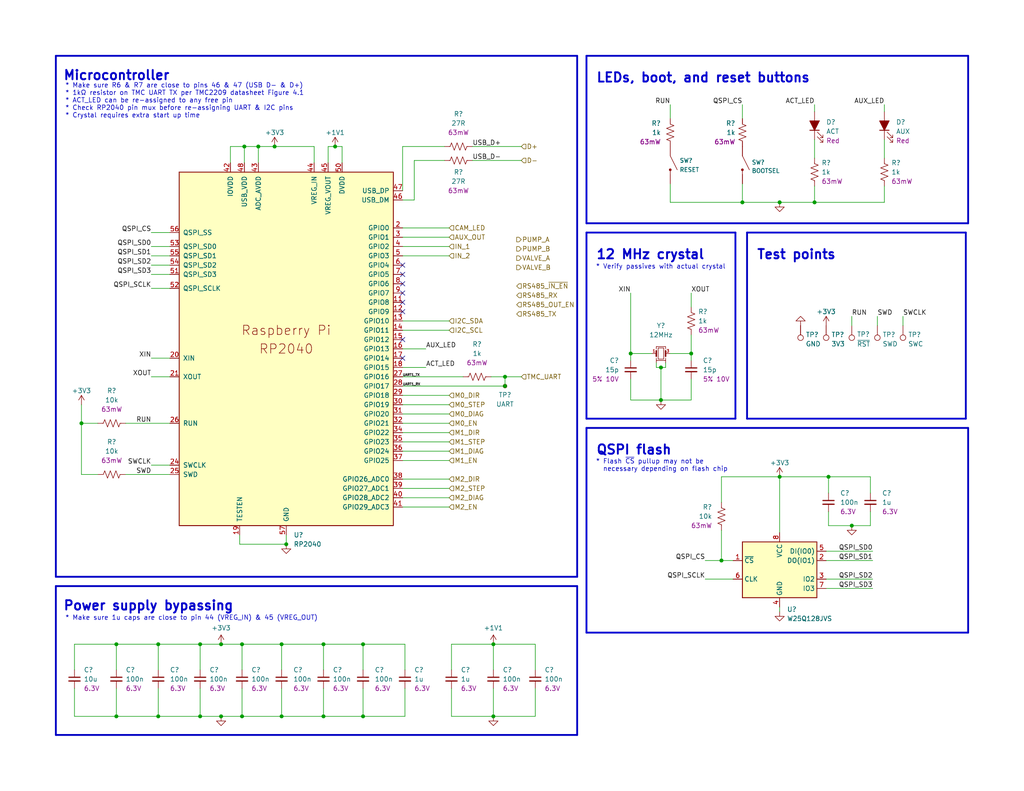
<source format=kicad_sch>
(kicad_sch (version 20211123) (generator eeschema)
  (paper "USLetter")
  (title_block (title "Starfish") (date "2022-09-10") (rev "v0") (company "Winterbloom") (comment 1 "Alethea Flowers") (comment 2 "CERN-OHL-P V2") (comment 3 "jellyfish.wntr.dev"))
  (lib_symbols
    (symbol "Connector:TestPoint" (pin_numbers hide) (pin_names (offset 0.762) hide)
      (property "Reference" "TP" (at 0 6.858 0))
      (property "Value" "TestPoint" (at 0 5.08 0))
      (symbol "TestPoint_0_1"
        (circle (center 0 3.302) (radius 0.762))
      )
      (symbol "TestPoint_1_1"
        (pin passive line (at 0 0 90) (length 2.54) (name "1") (number "1"))
      )
    )
    (symbol "Connector:TestPoint_Small" (pin_numbers hide) (pin_names (offset 0.762) hide)
      (property "Reference" "TP" (at 0 3.81 0))
      (property "Value" "TestPoint_Small" (at 0 2.032 0))
      (symbol "TestPoint_Small_0_1"
        (circle (center 0 0) (radius 0.508))
      )
      (symbol "TestPoint_Small_1_1"
        (pin passive line (at 0 0 90) (length 0) (name "1") (number "1"))
      )
    )
    (symbol "Device:C_Small" (pin_numbers hide) (pin_names (offset 0.254) hide)
      (property "Reference" "C" (at 0.254 1.778 0))
      (property "Value" "C_Small" (at 0.254 -2.032 0))
      (symbol "C_Small_0_1"
        (polyline (pts (xy -1.524 -0.508) (xy 1.524 -0.508)) (stroke (width 0.3302)))
        (polyline (pts (xy -1.524 0.508) (xy 1.524 0.508)) (stroke (width 0.3048)))
      )
      (symbol "C_Small_1_1"
        (pin passive line (at 0 2.54 270) (length 2.032) (name "~") (number "1"))
        (pin passive line (at 0 -2.54 90) (length 2.032) (name "~") (number "2"))
      )
    )
    (symbol "Device:LED_Filled" (pin_numbers hide) (pin_names (offset 1.016) hide)
      (property "Reference" "D" (at 0 2.54 0))
      (property "Value" "LED_Filled" (at 0 -2.54 0))
      (symbol "LED_Filled_0_1"
        (polyline (pts (xy -1.27 -1.27) (xy -1.27 1.27)) (stroke (width 0.254)))
        (polyline (pts (xy -1.27 0) (xy 1.27 0)))
        (polyline (pts (xy 1.27 -1.27) (xy 1.27 1.27) (xy -1.27 0) (xy 1.27 -1.27)) (stroke (width 0.254)) (fill (type outline)))
        (polyline (pts (xy -3.048 -0.762) (xy -4.572 -2.286) (xy -3.81 -2.286) (xy -4.572 -2.286) (xy -4.572 -1.524)))
        (polyline (pts (xy -1.778 -0.762) (xy -3.302 -2.286) (xy -2.54 -2.286) (xy -3.302 -2.286) (xy -3.302 -1.524)))
      )
      (symbol "LED_Filled_1_1"
        (pin passive line (at -3.81 0 0) (length 2.54) (name "K") (number "1"))
        (pin passive line (at 3.81 0 180) (length 2.54) (name "A") (number "2"))
      )
    )
    (symbol "Device:R_US" (pin_numbers hide) (pin_names (offset 0))
      (property "Reference" "R" (at 2.54 0 90))
      (property "Value" "R_US" (at -2.54 0 90))
      (symbol "R_US_0_1"
        (polyline (pts (xy 0 -2.286) (xy 0 -2.54)))
        (polyline (pts (xy 0 2.286) (xy 0 2.54)))
        (polyline (pts (xy 0 -0.762) (xy 1.016 -1.143) (xy 0 -1.524) (xy -1.016 -1.905) (xy 0 -2.286)))
        (polyline (pts (xy 0 0.762) (xy 1.016 0.381) (xy 0 0) (xy -1.016 -0.381) (xy 0 -0.762)))
        (polyline (pts (xy 0 2.286) (xy 1.016 1.905) (xy 0 1.524) (xy -1.016 1.143) (xy 0 0.762)))
      )
      (symbol "R_US_1_1"
        (pin passive line (at 0 3.81 270) (length 1.27) (name "~") (number "1"))
        (pin passive line (at 0 -3.81 90) (length 1.27) (name "~") (number "2"))
      )
    )
    (symbol "MCU_RaspberryPi_RP2040:RP2040" (pin_names (offset 1.016))
      (property "Reference" "U?" (at -27.94 49.53 0))
      (property "Value" "RP2040" (at 24.13 -50.8 0))
      (symbol "RP2040_0_0"
        (text "Raspberry Pi" (at 0 5.08 0) (effects (font (size 2.54 2.54))))
        (text "RP2040" (at 0 0 0) (effects (font (size 2.54 2.54))))
      )
      (symbol "RP2040_0_1"
        (rectangle (start 29.21 48.26) (end -29.21 -48.26) (stroke (width 0.254)) (fill (type background)))
      )
      (symbol "RP2040_1_1"
        (pin power_in line (at -15.24 50.8 270) (length 2.54) hide (name "IOVDD") (number "1"))
        (pin power_in line (at -15.24 50.8 270) (length 2.54) hide (name "IOVDD") (number "10"))
        (pin bidirectional line (at 31.75 12.7 180) (length 2.54) (name "GPIO8") (number "11"))
        (pin bidirectional line (at 31.75 10.16 180) (length 2.54) (name "GPIO9") (number "12"))
        (pin bidirectional line (at 31.75 7.62 180) (length 2.54) (name "GPIO10") (number "13"))
        (pin bidirectional line (at 31.75 5.08 180) (length 2.54) (name "GPIO11") (number "14"))
        (pin bidirectional line (at 31.75 2.54 180) (length 2.54) (name "GPIO12") (number "15"))
        (pin bidirectional line (at 31.75 0 180) (length 2.54) (name "GPIO13") (number "16"))
        (pin bidirectional line (at 31.75 -2.54 180) (length 2.54) (name "GPIO14") (number "17"))
        (pin bidirectional line (at 31.75 -5.08 180) (length 2.54) (name "GPIO15") (number "18"))
        (pin passive line (at -12.7 -50.8 90) (length 2.54) (name "TESTEN") (number "19"))
        (pin bidirectional line (at 31.75 33.02 180) (length 2.54) (name "GPIO0") (number "2"))
        (pin input line (at -31.75 -2.54 0) (length 2.54) (name "XIN") (number "20"))
        (pin passive line (at -31.75 -7.62 0) (length 2.54) (name "XOUT") (number "21"))
        (pin power_in line (at -15.24 50.8 270) (length 2.54) hide (name "IOVDD") (number "22"))
        (pin power_in line (at 15.24 50.8 270) (length 2.54) hide (name "DVDD") (number "23"))
        (pin output line (at -31.75 -31.75 0) (length 2.54) (name "SWCLK") (number "24"))
        (pin bidirectional line (at -31.75 -34.29 0) (length 2.54) (name "SWD") (number "25"))
        (pin input line (at -31.75 -20.32 0) (length 2.54) (name "RUN") (number "26"))
        (pin bidirectional line (at 31.75 -7.62 180) (length 2.54) (name "GPIO16") (number "27"))
        (pin bidirectional line (at 31.75 -10.16 180) (length 2.54) (name "GPIO17") (number "28"))
        (pin bidirectional line (at 31.75 -12.7 180) (length 2.54) (name "GPIO18") (number "29"))
        (pin bidirectional line (at 31.75 30.48 180) (length 2.54) (name "GPIO1") (number "3"))
        (pin bidirectional line (at 31.75 -15.24 180) (length 2.54) (name "GPIO19") (number "30"))
        (pin bidirectional line (at 31.75 -17.78 180) (length 2.54) (name "GPIO20") (number "31"))
        (pin bidirectional line (at 31.75 -20.32 180) (length 2.54) (name "GPIO21") (number "32"))
        (pin power_in line (at -15.24 50.8 270) (length 2.54) hide (name "IOVDD") (number "33"))
        (pin bidirectional line (at 31.75 -22.86 180) (length 2.54) (name "GPIO22") (number "34"))
        (pin bidirectional line (at 31.75 -25.4 180) (length 2.54) (name "GPIO23") (number "35"))
        (pin bidirectional line (at 31.75 -27.94 180) (length 2.54) (name "GPIO24") (number "36"))
        (pin bidirectional line (at 31.75 -30.48 180) (length 2.54) (name "GPIO25") (number "37"))
        (pin bidirectional line (at 31.75 -35.56 180) (length 2.54) (name "GPIO26_ADC0") (number "38"))
        (pin bidirectional line (at 31.75 -38.1 180) (length 2.54) (name "GPIO27_ADC1") (number "39"))
        (pin bidirectional line (at 31.75 27.94 180) (length 2.54) (name "GPIO2") (number "4"))
        (pin bidirectional line (at 31.75 -40.64 180) (length 2.54) (name "GPIO28_ADC2") (number "40"))
        (pin bidirectional line (at 31.75 -43.18 180) (length 2.54) (name "GPIO29_ADC3") (number "41"))
        (pin power_in line (at -15.24 50.8 270) (length 2.54) (name "IOVDD") (number "42"))
        (pin power_in line (at -7.62 50.8 270) (length 2.54) (name "ADC_AVDD") (number "43"))
        (pin power_in line (at 7.62 50.8 270) (length 2.54) (name "VREG_IN") (number "44"))
        (pin power_out line (at 11.43 50.8 270) (length 2.54) (name "VREG_VOUT") (number "45"))
        (pin bidirectional line (at 31.75 40.64 180) (length 2.54) (name "USB_DM") (number "46"))
        (pin bidirectional line (at 31.75 43.18 180) (length 2.54) (name "USB_DP") (number "47"))
        (pin power_in line (at -11.43 50.8 270) (length 2.54) (name "USB_VDD") (number "48"))
        (pin power_in line (at -15.24 50.8 270) (length 2.54) hide (name "IOVDD") (number "49"))
        (pin bidirectional line (at 31.75 25.4 180) (length 2.54) (name "GPIO3") (number "5"))
        (pin power_in line (at 15.24 50.8 270) (length 2.54) (name "DVDD") (number "50"))
        (pin bidirectional line (at -31.75 20.32 0) (length 2.54) (name "QSPI_SD3") (number "51"))
        (pin output line (at -31.75 16.51 0) (length 2.54) (name "QSPI_SCLK") (number "52"))
        (pin bidirectional line (at -31.75 27.94 0) (length 2.54) (name "QSPI_SD0") (number "53"))
        (pin bidirectional line (at -31.75 22.86 0) (length 2.54) (name "QSPI_SD2") (number "54"))
        (pin bidirectional line (at -31.75 25.4 0) (length 2.54) (name "QSPI_SD1") (number "55"))
        (pin bidirectional line (at -31.75 31.75 0) (length 2.54) (name "QSPI_SS") (number "56"))
        (pin power_in line (at 0 -50.8 90) (length 2.54) (name "GND") (number "57"))
        (pin bidirectional line (at 31.75 22.86 180) (length 2.54) (name "GPIO4") (number "6"))
        (pin bidirectional line (at 31.75 20.32 180) (length 2.54) (name "GPIO5") (number "7"))
        (pin bidirectional line (at 31.75 17.78 180) (length 2.54) (name "GPIO6") (number "8"))
        (pin bidirectional line (at 31.75 15.24 180) (length 2.54) (name "GPIO7") (number "9"))
      )
    )
    (symbol "Memory_Flash:W25Q128JVS"
      (property "Reference" "U" (at -8.89 8.89 0))
      (property "Value" "W25Q128JVS" (at 7.62 8.89 0))
      (symbol "W25Q128JVS_0_1"
        (rectangle (start -10.16 7.62) (end 10.16 -7.62) (stroke (width 0.254)) (fill (type background)))
      )
      (symbol "W25Q128JVS_1_1"
        (pin input line (at -12.7 2.54 0) (length 2.54) (name "~{CS}") (number "1"))
        (pin bidirectional line (at 12.7 2.54 180) (length 2.54) (name "DO(IO1)") (number "2"))
        (pin bidirectional line (at 12.7 -2.54 180) (length 2.54) (name "IO2") (number "3"))
        (pin power_in line (at 0 -10.16 90) (length 2.54) (name "GND") (number "4"))
        (pin bidirectional line (at 12.7 5.08 180) (length 2.54) (name "DI(IO0)") (number "5"))
        (pin input line (at -12.7 -2.54 0) (length 2.54) (name "CLK") (number "6"))
        (pin bidirectional line (at 12.7 -5.08 180) (length 2.54) (name "IO3") (number "7"))
        (pin power_in line (at 0 10.16 270) (length 2.54) (name "VCC") (number "8"))
      )
    )
    (symbol "power:+1V1" (power) (pin_names (offset 0))
      (property "Value" "+1V1" (at 0 3.556 0))
      (symbol "+1V1_0_1"
        (polyline (pts (xy -0.762 1.27) (xy 0 2.54)))
        (polyline (pts (xy 0 0) (xy 0 2.54)))
        (polyline (pts (xy 0 2.54) (xy 0.762 1.27)))
      )
      (symbol "+1V1_1_1"
        (pin power_in line (at 0 0 90) (length 0) hide (name "+1V1") (number "1"))
      )
    )
    (symbol "power:+3V3" (power) (pin_names (offset 0))
      (property "Value" "+3V3" (at 0 3.556 0))
      (symbol "+3V3_0_1"
        (polyline (pts (xy -0.762 1.27) (xy 0 2.54)))
        (polyline (pts (xy 0 0) (xy 0 2.54)))
        (polyline (pts (xy 0 2.54) (xy 0.762 1.27)))
      )
      (symbol "+3V3_1_1"
        (pin power_in line (at 0 0 90) (length 0) hide (name "+3V3") (number "1"))
      )
    )
    (symbol "power:GND" (power) (pin_names (offset 0))
      (property "Value" "GND" (at 0 -3.81 0))
      (symbol "GND_0_1"
        (polyline (pts (xy 0 0) (xy 0 -1.27) (xy 1.27 -1.27) (xy 0 -2.54) (xy -1.27 -1.27) (xy 0 -1.27)))
      )
      (symbol "GND_1_1"
        (pin power_in line (at 0 0 270) (length 0) hide (name "GND") (number "1"))
      )
    )
    (symbol "winterbloom:Crystal_12MHz_4Pin" (pin_names (offset 1.016) hide)
      (property "Reference" "Y1" (at 0 5.08 0))
      (property "Value" "Crystal_12MHz_4Pin" (at 0 3.175 0))
      (symbol "Crystal_12MHz_4Pin_0_1"
        (rectangle (start -0.762 -1.524) (end 0.762 1.524))
        (polyline (pts (xy -1.27 -0.762) (xy -1.27 0.762)) (stroke (width 0.381)))
        (polyline (pts (xy 1.27 -0.762) (xy 1.27 0.762)) (stroke (width 0.381)))
        (polyline (pts (xy -1.27 -1.27) (xy -1.27 -1.905) (xy 1.27 -1.905) (xy 1.27 -1.27)))
        (polyline (pts (xy -1.27 1.27) (xy -1.27 1.905) (xy 1.27 1.905) (xy 1.27 1.27)))
      )
      (symbol "Crystal_12MHz_4Pin_1_1"
        (pin passive line (at -2.54 0 0) (length 1.27) (name "1") (number "1"))
        (pin passive line (at -1.27 -2.54 90) (length 0.635) (name "2") (number "2"))
        (pin passive line (at 2.54 0 180) (length 1.27) (name "3") (number "3"))
        (pin passive line (at 1.27 -2.54 90) (length 0.635) (name "4") (number "4"))
      )
    )
    (symbol "winterbloom:Tactile_Switch" (pin_numbers hide) (pin_names (offset 1.016) hide)
      (property "Reference" "SW" (at -1.27 -3.302 0))
      (property "Value" "Tactile_Switch" (at -6.223 -1.524 0))
      (symbol "Tactile_Switch_1_0"
        (polyline (pts (xy -2.54 0) (xy 1.27 1.905)))
        (polyline (pts (xy 2.54 0) (xy 1.27 0)))
        (circle (center 1.27 0) (radius 0.2794) (fill (type outline)))
      )
      (symbol "Tactile_Switch_1_1"
        (pin bidirectional line (at -5.08 0 0) (length 2.54) (name "1") (number "1"))
        (pin bidirectional line (at 5.08 0 180) (length 2.54) (name "2") (number "2"))
      )
    )
  )
  (junction (at 172.085 96.52))
  (junction (at 76.835 195.58))
  (junction (at 74.93 40.005))
  (junction (at 78.105 148.59))
  (junction (at 137.795 105.41))
  (junction (at 54.61 195.58))
  (junction (at 66.04 175.895))
  (junction (at 43.18 175.895))
  (junction (at 31.75 195.58))
  (junction (at 202.565 55.245))
  (junction (at 66.04 195.58))
  (junction (at 137.795 102.87))
  (junction (at 99.06 195.58))
  (junction (at 134.62 175.895))
  (junction (at 232.41 143.51))
  (junction (at 222.25 55.245))
  (junction (at 31.75 175.895))
  (junction (at 180.34 109.22))
  (junction (at 226.06 130.175))
  (junction (at 60.325 175.895))
  (junction (at 188.595 96.52))
  (junction (at 99.06 175.895))
  (junction (at 212.725 55.245))
  (junction (at 54.61 175.895))
  (junction (at 43.18 195.58))
  (junction (at 22.225 115.57))
  (junction (at 70.485 40.005))
  (junction (at 88.265 175.895))
  (junction (at 88.265 195.58))
  (junction (at 91.44 40.005))
  (junction (at 60.325 195.58))
  (junction (at 76.835 175.895))
  (junction (at 66.675 40.005))
  (junction (at 134.62 195.58))
  (junction (at 196.85 153.035))
  (junction (at 180.34 100.33))
  (junction (at 212.725 130.175))
  (no_connect (at 109.855 72.39))
  (no_connect (at 109.855 74.93))
  (no_connect (at 109.855 80.01))
  (no_connect (at 109.855 77.47))
  (no_connect (at 109.855 92.71))
  (no_connect (at 109.855 82.55))
  (no_connect (at 109.855 85.09))
  (no_connect (at 109.855 97.79))
  (wire (pts (xy 43.18 195.58) (xy 31.75 195.58)))
  (polyline (pts (xy 160.02 63.5) (xy 200.66 63.5)) (stroke (width 0.5) (type solid)))
  (wire (pts (xy 70.485 40.005) (xy 70.485 44.45)))
  (wire (pts (xy 109.855 105.41) (xy 137.795 105.41)))
  (wire (pts (xy 109.855 64.77) (xy 122.555 64.77)))
  (wire (pts (xy 180.34 100.33) (xy 180.34 109.22)))
  (wire (pts (xy 113.03 54.61) (xy 109.855 54.61)))
  (polyline (pts (xy 160.02 116.84) (xy 160.02 172.72)) (stroke (width 0.5) (type solid)))
  (wire (pts (xy 241.3 55.245) (xy 222.25 55.245)))
  (polyline (pts (xy 160.02 15.24) (xy 160.02 60.96)) (stroke (width 0.5) (type solid)))
  (wire (pts (xy 222.25 43.18) (xy 222.25 38.1)))
  (wire (pts (xy 26.67 129.54) (xy 22.225 129.54)))
  (wire (pts (xy 172.085 109.22) (xy 180.34 109.22)))
  (wire (pts (xy 109.855 107.95) (xy 122.555 107.95)))
  (wire (pts (xy 91.44 40.005) (xy 93.345 40.005)))
  (wire (pts (xy 109.855 67.31) (xy 122.555 67.31)))
  (wire (pts (xy 192.405 153.035) (xy 196.85 153.035)))
  (wire (pts (xy 66.675 40.005) (xy 62.865 40.005)))
  (wire (pts (xy 241.3 28.575) (xy 241.3 30.48)))
  (wire (pts (xy 60.325 195.58) (xy 54.61 195.58)))
  (wire (pts (xy 66.04 175.895) (xy 76.835 175.895)))
  (wire (pts (xy 212.725 165.735) (xy 212.725 167.005)))
  (wire (pts (xy 31.75 175.895) (xy 43.18 175.895)))
  (wire (pts (xy 180.34 100.33) (xy 181.61 100.33)))
  (wire (pts (xy 43.18 175.895) (xy 43.18 182.88)))
  (wire (pts (xy 188.595 80.01) (xy 188.595 83.82)))
  (wire (pts (xy 41.275 74.93) (xy 46.355 74.93)))
  (wire (pts (xy 66.04 187.96) (xy 66.04 195.58)))
  (wire (pts (xy 182.88 55.245) (xy 202.565 55.245)))
  (wire (pts (xy 62.865 44.45) (xy 62.865 40.005)))
  (wire (pts (xy 74.93 40.005) (xy 85.725 40.005)))
  (wire (pts (xy 123.19 175.895) (xy 134.62 175.895)))
  (wire (pts (xy 109.855 125.73) (xy 122.555 125.73)))
  (wire (pts (xy 109.855 102.87) (xy 126.365 102.87)))
  (wire (pts (xy 60.325 175.895) (xy 66.04 175.895)))
  (wire (pts (xy 109.855 135.89) (xy 122.555 135.89)))
  (wire (pts (xy 212.725 130.175) (xy 226.06 130.175)))
  (wire (pts (xy 109.855 138.43) (xy 122.555 138.43)))
  (wire (pts (xy 146.05 175.895) (xy 146.05 182.88)))
  (polyline (pts (xy 263.525 63.5) (xy 263.525 114.3)) (stroke (width 0.5) (type solid)))
  (wire (pts (xy 70.485 40.005) (xy 74.93 40.005)))
  (polyline (pts (xy 264.16 60.96) (xy 160.02 60.96)) (stroke (width 0.5) (type solid)))
  (wire (pts (xy 110.49 187.96) (xy 110.49 195.58)))
  (wire (pts (xy 172.085 80.01) (xy 172.085 96.52)))
  (wire (pts (xy 123.19 175.895) (xy 123.19 182.88)))
  (wire (pts (xy 128.905 43.815) (xy 142.24 43.815)))
  (wire (pts (xy 109.855 133.35) (xy 122.555 133.35)))
  (polyline (pts (xy 15.24 15.24) (xy 157.48 15.24)) (stroke (width 0.5) (type solid)))
  (wire (pts (xy 232.41 143.51) (xy 237.49 143.51)))
  (wire (pts (xy 225.425 150.495) (xy 238.125 150.495)))
  (wire (pts (xy 99.06 175.895) (xy 110.49 175.895)))
  (wire (pts (xy 121.285 43.815) (xy 113.03 43.815)))
  (wire (pts (xy 109.855 69.85) (xy 122.555 69.85)))
  (wire (pts (xy 182.88 96.52) (xy 188.595 96.52)))
  (polyline (pts (xy 263.525 114.3) (xy 203.835 114.3)) (stroke (width 0.5) (type solid)))
  (wire (pts (xy 134.62 187.96) (xy 134.62 195.58)))
  (wire (pts (xy 54.61 195.58) (xy 43.18 195.58)))
  (wire (pts (xy 225.425 158.115) (xy 238.125 158.115)))
  (wire (pts (xy 65.405 146.05) (xy 65.405 148.59)))
  (wire (pts (xy 54.61 175.895) (xy 60.325 175.895)))
  (wire (pts (xy 20.32 175.895) (xy 31.75 175.895)))
  (wire (pts (xy 66.04 175.895) (xy 66.04 182.88)))
  (wire (pts (xy 76.835 195.58) (xy 66.04 195.58)))
  (wire (pts (xy 137.795 102.87) (xy 142.24 102.87)))
  (wire (pts (xy 109.855 123.19) (xy 122.555 123.19)))
  (wire (pts (xy 137.795 102.87) (xy 137.795 105.41)))
  (wire (pts (xy 22.225 115.57) (xy 26.67 115.57)))
  (wire (pts (xy 246.38 86.36) (xy 246.38 88.9)))
  (wire (pts (xy 31.75 187.96) (xy 31.75 195.58)))
  (wire (pts (xy 146.05 195.58) (xy 134.62 195.58)))
  (polyline (pts (xy 264.16 15.24) (xy 264.16 60.96)) (stroke (width 0.5) (type solid)))
  (wire (pts (xy 109.855 115.57) (xy 122.555 115.57)))
  (wire (pts (xy 182.88 50.165) (xy 182.88 55.245)))
  (wire (pts (xy 109.855 113.03) (xy 122.555 113.03)))
  (polyline (pts (xy 157.48 160.02) (xy 157.48 200.66)) (stroke (width 0.5) (type solid)))
  (wire (pts (xy 99.06 187.96) (xy 99.06 195.58)))
  (wire (pts (xy 109.855 90.17) (xy 122.555 90.17)))
  (wire (pts (xy 188.595 96.52) (xy 188.595 98.425)))
  (wire (pts (xy 91.44 40.005) (xy 89.535 40.005)))
  (polyline (pts (xy 203.835 63.5) (xy 203.835 114.3)) (stroke (width 0.5) (type solid)))
  (wire (pts (xy 109.855 120.65) (xy 122.555 120.65)))
  (wire (pts (xy 226.06 130.175) (xy 226.06 134.62)))
  (wire (pts (xy 182.88 28.575) (xy 182.88 32.385)))
  (wire (pts (xy 76.835 187.96) (xy 76.835 195.58)))
  (polyline (pts (xy 200.66 114.3) (xy 160.02 114.3)) (stroke (width 0.5) (type solid)))
  (wire (pts (xy 110.49 175.895) (xy 110.49 182.88)))
  (wire (pts (xy 22.225 110.49) (xy 22.225 115.57)))
  (wire (pts (xy 109.855 130.81) (xy 122.555 130.81)))
  (wire (pts (xy 22.225 129.54) (xy 22.225 115.57)))
  (polyline (pts (xy 264.16 116.84) (xy 264.16 172.72)) (stroke (width 0.5) (type solid)))
  (wire (pts (xy 237.49 143.51) (xy 237.49 139.7)))
  (wire (pts (xy 192.405 158.115) (xy 200.025 158.115)))
  (wire (pts (xy 54.61 175.895) (xy 54.61 182.88)))
  (wire (pts (xy 99.06 175.895) (xy 99.06 182.88)))
  (wire (pts (xy 133.985 102.87) (xy 137.795 102.87)))
  (wire (pts (xy 109.855 95.25) (xy 116.205 95.25)))
  (wire (pts (xy 222.25 50.8) (xy 222.25 55.245)))
  (wire (pts (xy 41.275 63.5) (xy 46.355 63.5)))
  (polyline (pts (xy 15.24 160.02) (xy 15.24 200.66)) (stroke (width 0.5) (type solid)))
  (wire (pts (xy 241.3 50.8) (xy 241.3 55.245)))
  (wire (pts (xy 43.18 175.895) (xy 54.61 175.895)))
  (polyline (pts (xy 203.835 63.5) (xy 263.525 63.5)) (stroke (width 0.5) (type solid)))
  (polyline (pts (xy 15.24 160.02) (xy 157.48 160.02)) (stroke (width 0.5) (type solid)))
  (polyline (pts (xy 157.48 15.24) (xy 157.48 157.48)) (stroke (width 0.5) (type solid)))
  (polyline (pts (xy 15.24 15.24) (xy 15.24 157.48)) (stroke (width 0.5) (type solid)))
  (polyline (pts (xy 264.16 172.72) (xy 160.02 172.72)) (stroke (width 0.5) (type solid)))
  (wire (pts (xy 237.49 130.175) (xy 237.49 134.62)))
  (wire (pts (xy 123.19 187.96) (xy 123.19 195.58)))
  (wire (pts (xy 85.725 40.005) (xy 85.725 44.45)))
  (wire (pts (xy 202.565 55.245) (xy 212.725 55.245)))
  (wire (pts (xy 134.62 195.58) (xy 123.19 195.58)))
  (wire (pts (xy 202.565 50.165) (xy 202.565 55.245)))
  (wire (pts (xy 93.345 44.45) (xy 93.345 40.005)))
  (wire (pts (xy 41.275 97.79) (xy 46.355 97.79)))
  (wire (pts (xy 226.06 130.175) (xy 237.49 130.175)))
  (wire (pts (xy 196.85 130.175) (xy 212.725 130.175)))
  (wire (pts (xy 212.725 130.175) (xy 212.725 145.415)))
  (wire (pts (xy 89.535 40.005) (xy 89.535 44.45)))
  (wire (pts (xy 78.105 146.05) (xy 78.105 148.59)))
  (wire (pts (xy 46.355 129.54) (xy 34.29 129.54)))
  (wire (pts (xy 146.05 187.96) (xy 146.05 195.58)))
  (wire (pts (xy 88.265 187.96) (xy 88.265 195.58)))
  (wire (pts (xy 66.675 44.45) (xy 66.675 40.005)))
  (wire (pts (xy 109.855 110.49) (xy 122.555 110.49)))
  (wire (pts (xy 41.275 78.74) (xy 46.355 78.74)))
  (wire (pts (xy 196.85 153.035) (xy 200.025 153.035)))
  (wire (pts (xy 88.265 195.58) (xy 76.835 195.58)))
  (wire (pts (xy 76.835 175.895) (xy 76.835 182.88)))
  (wire (pts (xy 46.355 115.57) (xy 34.29 115.57)))
  (wire (pts (xy 65.405 148.59) (xy 78.105 148.59)))
  (wire (pts (xy 188.595 109.22) (xy 188.595 103.505)))
  (wire (pts (xy 109.855 40.005) (xy 109.855 52.07)))
  (wire (pts (xy 232.41 86.36) (xy 232.41 88.9)))
  (wire (pts (xy 202.565 28.575) (xy 202.565 32.385)))
  (wire (pts (xy 222.25 28.575) (xy 222.25 30.48)))
  (wire (pts (xy 41.275 72.39) (xy 46.355 72.39)))
  (polyline (pts (xy 160.02 15.24) (xy 264.16 15.24)) (stroke (width 0.5) (type solid)))
  (wire (pts (xy 188.595 91.44) (xy 188.595 96.52)))
  (wire (pts (xy 41.275 69.85) (xy 46.355 69.85)))
  (wire (pts (xy 226.06 139.7) (xy 226.06 143.51)))
  (wire (pts (xy 196.85 130.175) (xy 196.85 137.16)))
  (wire (pts (xy 41.275 127) (xy 46.355 127)))
  (wire (pts (xy 109.855 62.23) (xy 122.555 62.23)))
  (wire (pts (xy 113.03 43.815) (xy 113.03 54.61)))
  (wire (pts (xy 20.32 175.895) (xy 20.32 182.88)))
  (wire (pts (xy 134.62 175.895) (xy 146.05 175.895)))
  (wire (pts (xy 43.18 187.96) (xy 43.18 195.58)))
  (wire (pts (xy 128.905 40.005) (xy 142.24 40.005)))
  (wire (pts (xy 109.855 100.33) (xy 116.205 100.33)))
  (wire (pts (xy 241.3 43.18) (xy 241.3 38.1)))
  (polyline (pts (xy 200.66 63.5) (xy 200.66 114.3)) (stroke (width 0.5) (type solid)))
  (wire (pts (xy 180.34 109.22) (xy 188.595 109.22)))
  (wire (pts (xy 76.835 175.895) (xy 88.265 175.895)))
  (wire (pts (xy 60.325 195.58) (xy 66.04 195.58)))
  (wire (pts (xy 134.62 175.895) (xy 134.62 182.88)))
  (wire (pts (xy 109.855 118.11) (xy 122.555 118.11)))
  (wire (pts (xy 181.61 100.33) (xy 181.61 99.06)))
  (wire (pts (xy 225.425 160.655) (xy 238.125 160.655)))
  (wire (pts (xy 66.675 40.005) (xy 70.485 40.005)))
  (wire (pts (xy 31.75 175.895) (xy 31.75 182.88)))
  (wire (pts (xy 54.61 187.96) (xy 54.61 195.58)))
  (wire (pts (xy 179.07 99.06) (xy 179.07 100.33)))
  (wire (pts (xy 41.275 102.87) (xy 46.355 102.87)))
  (wire (pts (xy 41.275 67.31) (xy 46.355 67.31)))
  (wire (pts (xy 109.855 40.005) (xy 121.285 40.005)))
  (wire (pts (xy 225.425 153.035) (xy 238.125 153.035)))
  (polyline (pts (xy 157.48 157.48) (xy 15.24 157.48)) (stroke (width 0.5) (type solid)))
  (wire (pts (xy 172.085 98.425) (xy 172.085 96.52)))
  (wire (pts (xy 172.085 96.52) (xy 177.8 96.52)))
  (wire (pts (xy 88.265 175.895) (xy 88.265 182.88)))
  (polyline (pts (xy 160.02 116.84) (xy 264.16 116.84)) (stroke (width 0.5) (type solid)))
  (wire (pts (xy 239.395 86.36) (xy 239.395 88.9)))
  (wire (pts (xy 109.855 87.63) (xy 122.555 87.63)))
  (wire (pts (xy 88.265 195.58) (xy 99.06 195.58)))
  (polyline (pts (xy 157.48 200.66) (xy 15.24 200.66)) (stroke (width 0.5) (type solid)))
  (wire (pts (xy 172.085 103.505) (xy 172.085 109.22)))
  (wire (pts (xy 20.32 195.58) (xy 20.32 187.96)))
  (wire (pts (xy 196.85 144.78) (xy 196.85 153.035)))
  (polyline (pts (xy 160.02 63.5) (xy 160.02 114.3)) (stroke (width 0.5) (type solid)))
  (wire (pts (xy 88.265 175.895) (xy 99.06 175.895)))
  (wire (pts (xy 31.75 195.58) (xy 20.32 195.58)))
  (wire (pts (xy 226.06 143.51) (xy 232.41 143.51)))
  (wire (pts (xy 212.725 55.245) (xy 222.25 55.245)))
  (wire (pts (xy 179.07 100.33) (xy 180.34 100.33)))
  (wire (pts (xy 110.49 195.58) (xy 99.06 195.58)))
  (text "Power supply bypassing" (at 17.145 167.005 0) (effects (font (size 2.54 2.54) bold) (justify left bottom)))
  (text "* Flash ~{CS} pullup may not be\n  necessary depending on flash chip" (at 162.56 128.905 0) (effects (font (size 1.27 1.27)) (justify left bottom)))
  (text "* Make sure R6 & R7 are close to pins 46 & 47 (USB D- & D+)\n* 1kΩ resistor on TMC UART TX per TMC2209 datasheet Figure 4.1\n* ACT_LED can be re-assigned to any free pin\n* Check RP2040 pin mux before re-assigning UART & I2C pins\n* Crystal requires extra start up time" (at 17.78 32.385 0) (effects (font (size 1.27 1.27)) (justify left bottom)))
  (text "* Make sure 1u caps are close to pin 44 (VREG_IN) & 45 (VREG_OUT)" (at 17.78 169.545 0) (effects (font (size 1.27 1.27)) (justify left bottom)))
  (text "* Verify passives with actual crystal" (at 162.56 73.66 0) (effects (font (size 1.27 1.27)) (justify left bottom)))
  (text "12 MHz crystal" (at 162.56 71.12 0) (effects (font (size 2.54 2.54) bold) (justify left bottom)))
  (text "Test points" (at 206.375 71.12 0) (effects (font (size 2.54 2.54) bold) (justify left bottom)))
  (text "QSPI flash" (at 162.56 124.46 0) (effects (font (size 2.54 2.54) bold) (justify left bottom)))
  (text "LEDs, boot, and reset buttons" (at 162.56 22.86 0) (effects (font (size 2.54 2.54) bold) (justify left bottom)))
  (text "Microcontroller" (at 17.145 22.225 0) (effects (font (size 2.54 2.54) bold) (justify left bottom)))
  (label "ACT_LED" (at 222.25 28.575 180))
  (label "SWCLK" (at 246.38 86.36 0))
  (label "USB_D+" (at 128.905 40.005 0))
  (label "QSPI_CS" (at 192.405 153.035 180))
  (label "QSPI_SD1" (at 238.125 153.035 180))
  (label "XOUT" (at 41.275 102.87 180))
  (label "QSPI_SD1" (at 41.275 69.85 180))
  (label "QSPI_SD2" (at 41.275 72.39 180))
  (label "SWCLK" (at 41.275 127 180))
  (label "XIN" (at 172.085 80.01 180))
  (label "QSPI_CS" (at 41.275 63.5 180))
  (label "QSPI_SCLK" (at 192.405 158.115 180))
  (label "ACT_LED" (at 116.205 100.33 0))
  (label "USB_D-" (at 128.905 43.815 0))
  (label "QSPI_SD0" (at 238.125 150.495 180))
  (label "SWD" (at 41.275 129.54 180))
  (label "AUX_LED" (at 241.3 28.575 180))
  (label "QSPI_SD0" (at 41.275 67.31 180))
  (label "UART1_TX" (at 109.855 102.87 0) (effects (font (size 0.64 0.64))))
  (label "QSPI_SD3" (at 238.125 160.655 180))
  (label "RUN" (at 232.41 86.36 0))
  (label "QSPI_SD2" (at 238.125 158.115 180))
  (label "QSPI_SCLK" (at 41.275 78.74 180))
  (label "QSPI_SD3" (at 41.275 74.93 180))
  (label "XOUT" (at 188.595 80.01 0))
  (label "XIN" (at 41.275 97.79 180))
  (label "RUN" (at 182.88 28.575 180))
  (label "SWD" (at 239.395 86.36 0))
  (label "QSPI_CS" (at 202.565 28.575 180))
  (label "AUX_LED" (at 116.205 95.25 0))
  (label "UART1_RX" (at 109.855 105.41 0) (effects (font (size 0.64 0.64))))
  (label "RUN" (at 41.275 115.57 180))
  (hierarchical_label "D-" (shape input) (at 142.24 43.815 0))
  (hierarchical_label "M0_EN" (shape input) (at 122.555 115.57 0))
  (hierarchical_label "M0_DIR" (shape input) (at 122.555 107.95 0))
  (hierarchical_label "RS485_RX" (shape input) (at 140.97 80.645 0))
  (hierarchical_label "VALVE_A" (shape output) (at 140.97 70.485 0))
  (hierarchical_label "M0_STEP" (shape input) (at 122.555 110.49 0))
  (hierarchical_label "M1_STEP" (shape input) (at 122.555 120.65 0))
  (hierarchical_label "M0_DIAG" (shape input) (at 122.555 113.03 0))
  (hierarchical_label "CAM_LED" (shape input) (at 122.555 62.23 0))
  (hierarchical_label "IN_2" (shape input) (at 122.555 69.85 0))
  (hierarchical_label "PUMP_A" (shape output) (at 140.97 65.405 0))
  (hierarchical_label "RS485_TX" (shape input) (at 140.97 85.725 0))
  (hierarchical_label "I2C_SDA" (shape input) (at 122.555 87.63 0))
  (hierarchical_label "D+" (shape input) (at 142.24 40.005 0))
  (hierarchical_label "M1_DIR" (shape input) (at 122.555 118.11 0))
  (hierarchical_label "VALVE_B" (shape output) (at 140.97 73.025 0))
  (hierarchical_label "M1_EN" (shape input) (at 122.555 125.73 0))
  (hierarchical_label "TMC_UART" (shape input) (at 142.24 102.87 0))
  (hierarchical_label "M2_DIR" (shape input) (at 122.555 130.81 0))
  (hierarchical_label "RS485_~{IN_EN}" (shape input) (at 140.97 78.105 0))
  (hierarchical_label "I2C_SCL" (shape input) (at 122.555 90.17 0))
  (hierarchical_label "RS485_OUT_EN" (shape input) (at 140.97 83.185 0))
  (hierarchical_label "M1_DIAG" (shape input) (at 122.555 123.19 0))
  (hierarchical_label "IN_1" (shape input) (at 122.555 67.31 0))
  (hierarchical_label "M2_DIAG" (shape input) (at 122.555 135.89 0))
  (hierarchical_label "AUX_OUT" (shape input) (at 122.555 64.77 0))
  (hierarchical_label "M2_STEP" (shape input) (at 122.555 133.35 0))
  (hierarchical_label "PUMP_B" (shape output) (at 140.97 67.945 0))
  (hierarchical_label "M2_EN" (shape input) (at 122.555 138.43 0))
  (symbol (lib_id "Device:C_Small") (at 43.18 185.42 0) (unit 1)
    (property "Reference" "C?" (at 46.355 182.8862 0) (effects (justify left)))
    (property "Value" "100n" (at 46.355 185.4262 0) (effects (justify left)))
    (property "Footprint" "Capacitor_SMD:C_0402_1005Metric_Pad0.74x0.62mm_HandSolder" (effects hide))
    (property "Rating" "6.3V" (at 46.355 187.9662 0) (effects (justify left)))
    (property "mpn" "CL05A104KA5NNNC" (effects hide))
  )
  (symbol (lib_id "Connector:TestPoint") (at 246.38 88.9 180) (unit 1)
    (property "Reference" "TP?" (at 247.777 91.3673 0) (effects (justify right)))
    (property "Value" "SWC" (at 247.777 93.9042 0) (effects (justify right)))
    (property "Footprint" "TestPoint:TestPoint_Pad_D1.0mm" (effects hide))
    (property "mpn" "n/a" (effects hide))
  )
  (symbol (lib_id "Device:R_US") (at 188.595 87.63 0) (unit 1)
    (property "Reference" "R?" (at 190.5 85.0899 0) (effects (justify left)))
    (property "Value" "1k" (at 190.5 87.6299 0) (effects (justify left)))
    (property "Footprint" "Resistor_SMD:R_0402_1005Metric_Pad0.72x0.64mm_HandSolder" (effects hide))
    (property "mpn" "RC0402JR-071KL" (effects hide))
    (property "Rating" "63mW" (at 190.5 90.1699 0) (effects (justify left)))
  )
  (symbol (lib_id "Device:R_US") (at 30.48 115.57 270) (unit 1)
    (property "Reference" "R?" (at 30.48 106.68 90))
    (property "Value" "10k" (at 30.48 109.22 90))
    (property "Footprint" "Resistor_SMD:R_0402_1005Metric_Pad0.72x0.64mm_HandSolder" (effects hide))
    (property "mpn" "RC0402JR-0710KL" (effects hide))
    (property "Rating" "63mW" (at 30.48 111.76 90))
  )
  (symbol (lib_id "power:+3V3") (at 60.325 175.895 0) (unit 1)
    (property "Reference" "#PWR?" (effects hide))
    (property "Value" "+3V3" (at 60.325 171.45 0))
  )
  (symbol (lib_id "power:+1V1") (at 134.62 175.895 0) (unit 1)
    (property "Reference" "#PWR?" (effects hide))
    (property "Value" "+1V1" (at 134.62 171.45 0))
  )
  (symbol (lib_id "Device:R_US") (at 196.85 140.97 180) (unit 1)
    (property "Reference" "R?" (at 194.31 138.4299 0) (effects (justify left)))
    (property "Value" "10k" (at 194.31 140.9699 0) (effects (justify left)))
    (property "Footprint" "Resistor_SMD:R_0402_1005Metric_Pad0.72x0.64mm_HandSolder" (effects hide))
    (property "mpn" "RC0402JR-0710KL" (effects hide))
    (property "Rating" "63mW" (at 194.31 143.5099 0) (effects (justify left)))
  )
  (symbol (lib_id "Device:C_Small") (at 99.06 185.42 0) (unit 1)
    (property "Reference" "C?" (at 102.235 182.8862 0) (effects (justify left)))
    (property "Value" "100n" (at 102.235 185.4262 0) (effects (justify left)))
    (property "Footprint" "Capacitor_SMD:C_0402_1005Metric_Pad0.74x0.62mm_HandSolder" (effects hide))
    (property "Rating" "6.3V" (at 102.235 187.9662 0) (effects (justify left)))
    (property "mpn" "CL05A104KA5NNNC" (effects hide))
  )
  (symbol (lib_id "Device:C_Small") (at 134.62 185.42 0) (unit 1)
    (property "Reference" "C?" (at 137.16 182.8862 0) (effects (justify left)))
    (property "Value" "100n" (at 137.16 185.4262 0) (effects (justify left)))
    (property "Footprint" "Capacitor_SMD:C_0402_1005Metric_Pad0.74x0.62mm_HandSolder" (effects hide))
    (property "Rating" "6.3V" (at 137.16 187.9662 0) (effects (justify left)))
    (property "mpn" "CL05A104KA5NNNC" (effects hide))
  )
  (symbol (lib_id "Device:R_US") (at 241.3 46.99 0) (unit 1)
    (property "Reference" "R?" (at 243.205 44.4499 0) (effects (justify left)))
    (property "Value" "1k" (at 243.205 46.9899 0) (effects (justify left)))
    (property "Rating" "63mW" (at 243.205 49.5299 0) (effects (justify left)))
  )
  (symbol (lib_id "Device:R_US") (at 30.48 129.54 90) (unit 1)
    (property "Reference" "R?" (at 30.48 120.65 90))
    (property "Value" "10k" (at 30.48 123.19 90))
    (property "Footprint" "Resistor_SMD:R_0402_1005Metric_Pad0.72x0.64mm_HandSolder" (effects hide))
    (property "mpn" "RC0402JR-0710KL" (effects hide))
    (property "Rating" "63mW" (at 30.48 125.73 90))
  )
  (symbol (lib_id "Device:C_Small") (at 188.595 100.965 0) (unit 1)
    (property "Reference" "C?" (at 191.77 98.4312 0) (effects (justify left)))
    (property "Value" "15p" (at 191.77 100.9712 0) (effects (justify left)))
    (property "Footprint" "Capacitor_SMD:C_0402_1005Metric_Pad0.74x0.62mm_HandSolder" (effects hide))
    (property "Rating" "5% 10V" (at 191.77 103.5112 0) (effects (justify left)))
    (property "mpn" "CL05C150JB5NNNC" (effects hide))
  )
  (symbol (lib_id "MCU_RaspberryPi_RP2040:RP2040") (at 78.105 95.25 0) (unit 1)
    (property "Reference" "U?" (at 80.1244 146.05 0) (effects (justify left)))
    (property "Value" "RP2040" (at 80.1244 148.59 0) (effects (justify left)))
    (property "Footprint" "winterbloom:RP2040-QFN-56" (effects hide))
    (property "mpn" "RP2040" (effects hide))
  )
  (symbol (lib_id "power:GND") (at 134.62 195.58 0) (unit 1)
    (property "Reference" "#PWR?" (effects hide))
    (property "Value" "GND" (effects hide))
  )
  (symbol (lib_id "power:GND") (at 218.44 88.9 180) (unit 1)
    (property "Reference" "#PWR?" (effects hide))
    (property "Value" "GND" (effects hide))
  )
  (symbol (lib_id "Device:C_Small") (at 123.19 185.42 0) (unit 1)
    (property "Reference" "C?" (at 125.73 182.8862 0) (effects (justify left)))
    (property "Value" "1u" (at 125.73 185.4262 0) (effects (justify left)))
    (property "Footprint" "Capacitor_SMD:C_0402_1005Metric_Pad0.74x0.62mm_HandSolder" (effects hide))
    (property "Rating" "6.3V" (at 125.73 187.9662 0) (effects (justify left)))
    (property "mpn" "CL05A105KO5NNNC" (effects hide))
  )
  (symbol (lib_id "power:+3V3") (at 74.93 40.005 0) (unit 1)
    (property "Reference" "#PWR?" (effects hide))
    (property "Value" "+3V3" (at 74.93 36.195 0))
  )
  (symbol (lib_id "Device:C_Small") (at 20.32 185.42 0) (unit 1)
    (property "Reference" "C?" (at 22.86 182.8862 0) (effects (justify left)))
    (property "Value" "10u" (at 22.86 185.4262 0) (effects (justify left)))
    (property "Footprint" "Capacitor_SMD:C_0805_2012Metric_Pad1.18x1.45mm_HandSolder" (effects hide))
    (property "mpn" "CL32B106KBJNNNE" (effects hide))
    (property "Rating" "6.3V" (at 22.86 187.9662 0) (effects (justify left)))
  )
  (symbol (lib_id "power:GND") (at 212.725 55.245 0) (unit 1)
    (property "Reference" "#PWR?" (effects hide))
    (property "Value" "GND" (effects hide))
  )
  (symbol (lib_id "power:+3V3") (at 22.225 110.49 0) (unit 1)
    (property "Reference" "#PWR?" (effects hide))
    (property "Value" "+3V3" (at 22.225 106.68 0))
  )
  (symbol (lib_id "Device:R_US") (at 182.88 36.195 180) (unit 1)
    (property "Reference" "R?" (at 180.34 33.6549 0) (effects (justify left)))
    (property "Value" "1k" (at 180.34 36.1949 0) (effects (justify left)))
    (property "Footprint" "Resistor_SMD:R_0402_1005Metric_Pad0.72x0.64mm_HandSolder" (effects hide))
    (property "mpn" "RC0402JR-071KL" (effects hide))
    (property "Rating" "63mW" (at 180.34 38.7349 0) (effects (justify left)))
  )
  (symbol (lib_id "Connector:TestPoint") (at 239.395 88.9 180) (unit 1)
    (property "Reference" "TP?" (at 240.792 91.3673 0) (effects (justify right)))
    (property "Value" "SWD" (at 240.792 93.9042 0) (effects (justify right)))
    (property "Footprint" "TestPoint:TestPoint_Pad_D1.0mm" (effects hide))
    (property "mpn" "n/a" (effects hide))
  )
  (symbol (lib_id "power:GND") (at 180.34 109.22 0) (unit 1)
    (property "Reference" "#PWR?" (effects hide))
    (property "Value" "GND" (effects hide))
  )
  (symbol (lib_id "Memory_Flash:W25Q128JVS") (at 212.725 155.575 0) (unit 1)
    (property "Reference" "U?" (at 214.7444 166.37 0) (effects (justify left)))
    (property "Value" "W25Q128JVS" (at 214.7444 168.91 0) (effects (justify left)))
    (property "Footprint" "Package_SO:SOIC-8_5.23x5.23mm_P1.27mm" (effects hide))
    (property "Datasheet" "http://www.winbond.com/resource-files/w25q128jv_dtr%20revc%2003272018%20plus.pdf" (effects hide))
    (property "mpn" "W25Q64JVS" (effects hide))
  )
  (symbol (lib_id "Device:C_Small") (at 76.835 185.42 0) (unit 1)
    (property "Reference" "C?" (at 80.01 182.8862 0) (effects (justify left)))
    (property "Value" "100n" (at 80.01 185.4262 0) (effects (justify left)))
    (property "Footprint" "Capacitor_SMD:C_0402_1005Metric_Pad0.74x0.62mm_HandSolder" (effects hide))
    (property "Rating" "6.3V" (at 80.01 187.9662 0) (effects (justify left)))
    (property "mpn" "CL05A104KA5NNNC" (effects hide))
  )
  (symbol (lib_id "Device:LED_Filled") (at 222.25 34.29 90) (unit 1)
    (property "Reference" "D?" (at 225.425 33.3374 90) (effects (justify right)))
    (property "Value" "ACT" (at 225.425 35.8774 90) (effects (justify right)))
    (property "Footprint" "winterbloom:LED_0805_Kingbright_APT2012" (effects hide))
    (property "mpn" "APT2012EC" (effects hide))
    (property "Rating" "Red" (at 225.425 38.4174 90) (effects (justify right)))
  )
  (symbol (lib_id "winterbloom:Tactile_Switch") (at 182.88 45.085 270) (unit 1)
    (property "Reference" "SW?" (at 185.42 43.815 90) (effects (font (size 1.143 1.143)) (justify left)))
    (property "Value" "RESET" (at 185.42 46.355 90) (effects (font (size 1.143 1.143)) (justify left)))
    (property "Footprint" "winterbloom:Tactile_Switch_4.2mm" (effects hide))
    (property "Datasheet" "https://factory.macrofab.com/part/MF-SW-TACT-4.2MM" (effects hide))
    (property "mpn" "MF-SW-TACT-4.2MM, MF-SW-TACT-6MM" (effects hide))
  )
  (symbol (lib_id "power:+3V3") (at 225.425 88.9 0) (unit 1)
    (property "Reference" "#PWR?" (effects hide))
    (property "Value" "+3V3" (at 225.425 85.09 0))
  )
  (symbol (lib_id "Device:C_Small") (at 31.75 185.42 0) (unit 1)
    (property "Reference" "C?" (at 34.29 182.8862 0) (effects (justify left)))
    (property "Value" "100n" (at 34.29 185.4262 0) (effects (justify left)))
    (property "Footprint" "Capacitor_SMD:C_0402_1005Metric_Pad0.74x0.62mm_HandSolder" (effects hide))
    (property "Rating" "6.3V" (at 34.29 187.9662 0) (effects (justify left)))
    (property "mpn" "CL05A104KA5NNNC" (effects hide))
  )
  (symbol (lib_id "power:+3V3") (at 212.725 130.175 0) (unit 1)
    (property "Reference" "#PWR?" (effects hide))
    (property "Value" "+3V3" (at 212.725 126.365 0))
  )
  (symbol (lib_id "Connector:TestPoint") (at 218.44 88.9 180) (unit 1)
    (property "Reference" "TP?" (at 219.837 91.3673 0) (effects (justify right)))
    (property "Value" "GND" (at 219.837 93.9042 0) (effects (justify right)))
    (property "Footprint" "TestPoint:TestPoint_Pad_D1.0mm" (effects hide))
    (property "mpn" "n/a" (effects hide))
  )
  (symbol (lib_id "Device:C_Small") (at 146.05 185.42 0) (unit 1)
    (property "Reference" "C?" (at 148.59 182.8862 0) (effects (justify left)))
    (property "Value" "100n" (at 148.59 185.4262 0) (effects (justify left)))
    (property "Footprint" "Capacitor_SMD:C_0402_1005Metric_Pad0.74x0.62mm_HandSolder" (effects hide))
    (property "Rating" "6.3V" (at 148.59 187.9662 0) (effects (justify left)))
    (property "mpn" "CL05A104KA5NNNC" (effects hide))
  )
  (symbol (lib_id "Device:C_Small") (at 110.49 185.42 0) (unit 1)
    (property "Reference" "C?" (at 113.03 182.8862 0) (effects (justify left)))
    (property "Value" "1u" (at 113.03 185.4262 0) (effects (justify left)))
    (property "Footprint" "Capacitor_SMD:C_0402_1005Metric_Pad0.74x0.62mm_HandSolder" (effects hide))
    (property "Rating" "6.3V" (at 113.03 187.9662 0) (effects (justify left)))
    (property "mpn" "CL05A105KO5NNNC" (effects hide))
  )
  (symbol (lib_id "Connector:TestPoint_Small") (at 137.795 105.41 180) (unit 1)
    (property "Reference" "TP?" (at 137.795 107.8214 0))
    (property "Value" "UART" (at 137.795 110.3583 0))
    (property "Footprint" "TestPoint:TestPoint_Pad_D1.0mm" (effects hide))
    (property "mpn" "n/a" (effects hide))
  )
  (symbol (lib_id "power:GND") (at 78.105 148.59 0) (unit 1)
    (property "Reference" "#PWR?" (effects hide))
    (property "Value" "GND" (effects hide))
  )
  (symbol (lib_id "Device:R_US") (at 125.095 40.005 270) (unit 1)
    (property "Reference" "R?" (at 125.095 31.115 90))
    (property "Value" "27R" (at 125.095 33.655 90))
    (property "Footprint" "Resistor_SMD:R_0402_1005Metric_Pad0.72x0.64mm_HandSolder" (effects hide))
    (property "mpn" "RC0402FR-0727RL" (effects hide))
    (property "Rating" "63mW" (at 125.095 36.195 90))
  )
  (symbol (lib_id "Device:C_Small") (at 226.06 137.16 0) (unit 1)
    (property "Reference" "C?" (at 229.235 134.6262 0) (effects (justify left)))
    (property "Value" "100n" (at 229.235 137.1662 0) (effects (justify left)))
    (property "Footprint" "Capacitor_SMD:C_0402_1005Metric_Pad0.74x0.62mm_HandSolder" (effects hide))
    (property "Rating" "6.3V" (at 229.235 139.7062 0) (effects (justify left)))
    (property "mpn" "CL05A104KA5NNNC" (effects hide))
  )
  (symbol (lib_id "Device:C_Small") (at 172.085 100.965 0) (unit 1)
    (property "Reference" "C?" (at 168.91 98.4312 0) (effects (justify right)))
    (property "Value" "15p" (at 168.91 100.9712 0) (effects (justify right)))
    (property "Footprint" "Capacitor_SMD:C_0402_1005Metric_Pad0.74x0.62mm_HandSolder" (effects hide))
    (property "Rating" "5% 10V" (at 168.91 103.5112 0) (effects (justify right)))
    (property "mpn" "CL05C150JB5NNNC" (effects hide))
  )
  (symbol (lib_id "Device:LED_Filled") (at 241.3 34.29 90) (unit 1)
    (property "Reference" "D?" (at 244.475 33.3374 90) (effects (justify right)))
    (property "Value" "AUX" (at 244.475 35.8774 90) (effects (justify right)))
    (property "Footprint" "winterbloom:LED_0805_Kingbright_APT2012" (effects hide))
    (property "mpn" "APT2012EC" (effects hide))
    (property "Rating" "Red" (at 244.475 38.4174 90) (effects (justify right)))
  )
  (symbol (lib_id "Device:C_Small") (at 54.61 185.42 0) (unit 1)
    (property "Reference" "C?" (at 57.15 182.8862 0) (effects (justify left)))
    (property "Value" "100n" (at 57.15 185.4262 0) (effects (justify left)))
    (property "Footprint" "Capacitor_SMD:C_0402_1005Metric_Pad0.74x0.62mm_HandSolder" (effects hide))
    (property "Rating" "6.3V" (at 57.15 187.9662 0) (effects (justify left)))
    (property "mpn" "CL05A104KA5NNNC" (effects hide))
  )
  (symbol (lib_id "winterbloom:Crystal_12MHz_4Pin") (at 180.34 96.52 0) (unit 1)
    (property "Reference" "Y?" (at 180.34 88.9 0))
    (property "Value" "12MHz" (at 180.34 91.44 0))
    (property "Footprint" "Crystal:Crystal_SMD_Abracon_ABM8G-4Pin_3.2x2.5mm" (effects hide))
    (property "Datasheet" "https://abracon.com/datasheets/ABM8G-106-12.000MHz-T.pdf" (effects hide))
    (property "mpn" "ABM8G-106-12.000MHZ-T" (effects hide))
  )
  (symbol (lib_id "power:GND") (at 212.725 167.005 0) (unit 1)
    (property "Reference" "#PWR?" (effects hide))
    (property "Value" "GND" (effects hide))
  )
  (symbol (lib_id "power:GND") (at 60.325 195.58 0) (unit 1)
    (property "Reference" "#PWR?" (effects hide))
    (property "Value" "GND" (effects hide))
  )
  (symbol (lib_id "power:+1V1") (at 91.44 40.005 0) (unit 1)
    (property "Reference" "#PWR?" (effects hide))
    (property "Value" "+1V1" (at 91.44 36.195 0))
  )
  (symbol (lib_id "Connector:TestPoint") (at 225.425 88.9 180) (unit 1)
    (property "Reference" "TP?" (at 226.822 91.3673 0) (effects (justify right)))
    (property "Value" "3V3" (at 226.822 93.9042 0) (effects (justify right)))
    (property "Footprint" "TestPoint:TestPoint_Pad_D1.0mm" (effects hide))
    (property "mpn" "n/a" (effects hide))
  )
  (symbol (lib_id "Device:C_Small") (at 88.265 185.42 0) (unit 1)
    (property "Reference" "C?" (at 90.805 182.8862 0) (effects (justify left)))
    (property "Value" "100n" (at 90.805 185.4262 0) (effects (justify left)))
    (property "Footprint" "Capacitor_SMD:C_0402_1005Metric_Pad0.74x0.62mm_HandSolder" (effects hide))
    (property "Rating" "6.3V" (at 90.805 187.9662 0) (effects (justify left)))
    (property "mpn" "CL05A104KA5NNNC" (effects hide))
  )
  (symbol (lib_id "power:GND") (at 232.41 143.51 0) (unit 1)
    (property "Reference" "#PWR?" (effects hide))
    (property "Value" "GND" (effects hide))
  )
  (symbol (lib_id "Device:R_US") (at 130.175 102.87 90) (unit 1)
    (property "Reference" "R?" (at 130.175 93.98 90))
    (property "Value" "1k" (at 130.175 96.52 90))
    (property "Footprint" "Resistor_SMD:R_0402_1005Metric_Pad0.72x0.64mm_HandSolder" (effects hide))
    (property "mpn" "RC0402JR-071KL" (effects hide))
    (property "Rating" "63mW" (at 130.175 99.06 90))
  )
  (symbol (lib_id "Device:C_Small") (at 66.04 185.42 0) (unit 1)
    (property "Reference" "C?" (at 68.58 182.8862 0) (effects (justify left)))
    (property "Value" "100n" (at 68.58 185.4262 0) (effects (justify left)))
    (property "Footprint" "Capacitor_SMD:C_0402_1005Metric_Pad0.74x0.62mm_HandSolder" (effects hide))
    (property "Rating" "6.3V" (at 68.58 187.9662 0) (effects (justify left)))
    (property "mpn" "CL05A104KA5NNNC" (effects hide))
  )
  (symbol (lib_id "Device:R_US") (at 222.25 46.99 0) (unit 1)
    (property "Reference" "R?" (at 224.155 44.4499 0) (effects (justify left)))
    (property "Value" "1k" (at 224.155 46.9899 0) (effects (justify left)))
    (property "Footprint" "Resistor_SMD:R_0603_1608Metric_Pad0.98x0.95mm_HandSolder" (effects hide))
    (property "Rating" "63mW" (at 224.155 49.5299 0) (effects (justify left)))
  )
  (symbol (lib_id "winterbloom:Tactile_Switch") (at 202.565 45.085 270) (unit 1)
    (property "Reference" "SW?" (at 205.105 44.3211 90) (effects (font (size 1.143 1.143)) (justify left)))
    (property "Value" "BOOTSEL" (at 205.105 46.6297 90) (effects (font (size 1.143 1.143)) (justify left)))
    (property "Footprint" "winterbloom:Tactile_Switch_4.2mm" (effects hide))
    (property "Datasheet" "https://factory.macrofab.com/part/MF-SW-TACT-4.2MM" (effects hide))
    (property "mpn" "MF-SW-TACT-4.2MM, MF-SW-TACT-6MM" (effects hide))
  )
  (symbol (lib_id "Device:R_US") (at 202.565 36.195 180) (unit 1)
    (property "Reference" "R?" (at 200.66 33.6549 0) (effects (justify left)))
    (property "Value" "1k" (at 200.66 36.1949 0) (effects (justify left)))
    (property "Footprint" "Resistor_SMD:R_0402_1005Metric_Pad0.72x0.64mm_HandSolder" (effects hide))
    (property "mpn" "RC0402JR-071KL" (effects hide))
    (property "Rating" "63mW" (at 200.66 38.7349 0) (effects (justify left)))
  )
  (symbol (lib_id "Device:C_Small") (at 237.49 137.16 0) (unit 1)
    (property "Reference" "C?" (at 240.665 134.6262 0) (effects (justify left)))
    (property "Value" "1u" (at 240.665 137.1662 0) (effects (justify left)))
    (property "Footprint" "Capacitor_SMD:C_0402_1005Metric_Pad0.74x0.62mm_HandSolder" (effects hide))
    (property "mpn" "CL05A105KO5NNNC" (effects hide))
    (property "Rating" "6.3V" (at 240.665 139.7062 0) (effects (justify left)))
  )
  (symbol (lib_id "Device:R_US") (at 125.095 43.815 270) (unit 1)
    (property "Reference" "R?" (at 125.095 46.99 90))
    (property "Value" "27R" (at 125.095 49.53 90))
    (property "Footprint" "Resistor_SMD:R_0402_1005Metric_Pad0.72x0.64mm_HandSolder" (effects hide))
    (property "mpn" "RC0402FR-0727RL" (effects hide))
    (property "Rating" "63mW" (at 125.095 52.07 90))
  )
  (symbol (lib_id "Connector:TestPoint") (at 232.41 88.9 180) (unit 1)
    (property "Reference" "TP?" (at 233.807 91.2718 0) (effects (justify right)))
    (property "Value" "~{RST}" (at 233.807 93.9627 0) (effects (justify right)))
    (property "Footprint" "TestPoint:TestPoint_Pad_D1.0mm" (effects hide))
    (property "mpn" "n/a" (effects hide))
  )
)
</source>
